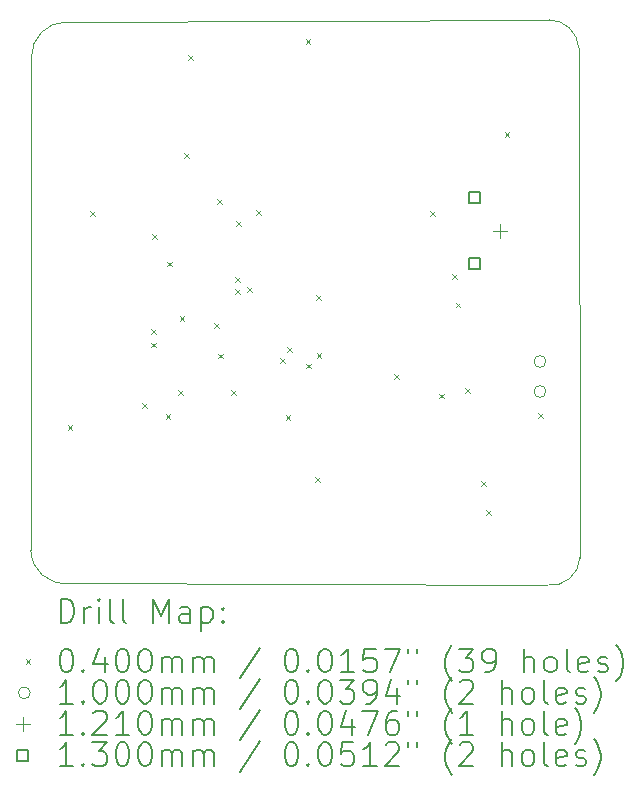
<source format=gbr>
%TF.GenerationSoftware,KiCad,Pcbnew,(6.0.7)*%
%TF.CreationDate,2022-11-06T12:05:56+05:30*%
%TF.ProjectId,Interface_PCB,496e7465-7266-4616-9365-5f5043422e6b,rev?*%
%TF.SameCoordinates,Original*%
%TF.FileFunction,Drillmap*%
%TF.FilePolarity,Positive*%
%FSLAX45Y45*%
G04 Gerber Fmt 4.5, Leading zero omitted, Abs format (unit mm)*
G04 Created by KiCad (PCBNEW (6.0.7)) date 2022-11-06 12:05:56*
%MOMM*%
%LPD*%
G01*
G04 APERTURE LIST*
%ADD10C,0.100000*%
%ADD11C,0.200000*%
%ADD12C,0.040000*%
%ADD13C,0.121000*%
%ADD14C,0.130000*%
G04 APERTURE END LIST*
D10*
X11709400Y-8300716D02*
G75*
G03*
X11414760Y-8600440I-40J-294644D01*
G01*
X11724640Y-13053060D02*
X15774826Y-13069726D01*
X16047722Y-8521700D02*
G75*
G03*
X15796260Y-8282940I-251462J-13040D01*
G01*
X15774826Y-13069728D02*
G75*
G03*
X16057880Y-12837160I37964J242329D01*
G01*
X11409680Y-12773660D02*
X11414760Y-8600440D01*
X11709400Y-8300720D02*
X15796260Y-8282940D01*
X16047720Y-8521700D02*
X16057880Y-12837160D01*
X11409679Y-12773660D02*
G75*
G03*
X11724640Y-13053060I283421J2270D01*
G01*
D11*
D12*
X11722420Y-11712260D02*
X11762420Y-11752260D01*
X11762420Y-11712260D02*
X11722420Y-11752260D01*
X11910380Y-9906320D02*
X11950380Y-9946320D01*
X11950380Y-9906320D02*
X11910380Y-9946320D01*
X12352340Y-11529380D02*
X12392340Y-11569380D01*
X12392340Y-11529380D02*
X12352340Y-11569380D01*
X12426000Y-11016300D02*
X12466000Y-11056300D01*
X12466000Y-11016300D02*
X12426000Y-11056300D01*
X12431080Y-10899460D02*
X12471080Y-10939460D01*
X12471080Y-10899460D02*
X12431080Y-10939460D01*
X12438700Y-10099360D02*
X12478700Y-10139360D01*
X12478700Y-10099360D02*
X12438700Y-10139360D01*
X12550460Y-11623360D02*
X12590460Y-11663360D01*
X12590460Y-11623360D02*
X12550460Y-11663360D01*
X12563160Y-10330500D02*
X12603160Y-10370500D01*
X12603160Y-10330500D02*
X12563160Y-10370500D01*
X12659680Y-11421490D02*
X12699680Y-11461490D01*
X12699680Y-11421490D02*
X12659680Y-11461490D01*
X12669840Y-10795320D02*
X12709840Y-10835320D01*
X12709840Y-10795320D02*
X12669840Y-10835320D01*
X12705400Y-9411020D02*
X12745400Y-9451020D01*
X12745400Y-9411020D02*
X12705400Y-9451020D01*
X12743500Y-8580440D02*
X12783500Y-8620440D01*
X12783500Y-8580440D02*
X12743500Y-8620440D01*
X12959400Y-10851200D02*
X12999400Y-10891200D01*
X12999400Y-10851200D02*
X12959400Y-10891200D01*
X12984800Y-9799640D02*
X13024800Y-9839640D01*
X13024800Y-9799640D02*
X12984800Y-9839640D01*
X12994960Y-11110280D02*
X13034960Y-11150280D01*
X13034960Y-11110280D02*
X12994960Y-11150280D01*
X13106720Y-11420160D02*
X13146720Y-11460160D01*
X13146720Y-11420160D02*
X13106720Y-11460160D01*
X13140246Y-10563826D02*
X13180246Y-10603826D01*
X13180246Y-10563826D02*
X13140246Y-10603826D01*
X13142280Y-10460040D02*
X13182280Y-10500040D01*
X13182280Y-10460040D02*
X13142280Y-10500040D01*
X13148500Y-9990140D02*
X13188500Y-10030140D01*
X13188500Y-9990140D02*
X13148500Y-10030140D01*
X13238590Y-10545977D02*
X13278590Y-10585977D01*
X13278590Y-10545977D02*
X13238590Y-10585977D01*
X13320080Y-9896160D02*
X13360080Y-9936160D01*
X13360080Y-9896160D02*
X13320080Y-9936160D01*
X13520589Y-11145689D02*
X13560589Y-11185689D01*
X13560589Y-11145689D02*
X13520589Y-11185689D01*
X13566460Y-11633520D02*
X13606460Y-11673520D01*
X13606460Y-11633520D02*
X13566460Y-11673520D01*
X13579160Y-11051860D02*
X13619160Y-11091860D01*
X13619160Y-11051860D02*
X13579160Y-11091860D01*
X13736640Y-8448360D02*
X13776640Y-8488360D01*
X13776640Y-8448360D02*
X13736640Y-8488360D01*
X13741228Y-11195048D02*
X13781228Y-11235048D01*
X13781228Y-11195048D02*
X13741228Y-11235048D01*
X13817920Y-12156760D02*
X13857920Y-12196760D01*
X13857920Y-12156760D02*
X13817920Y-12196760D01*
X13828080Y-10614980D02*
X13868080Y-10654980D01*
X13868080Y-10614980D02*
X13828080Y-10654980D01*
X13828858Y-11105978D02*
X13868858Y-11145978D01*
X13868858Y-11105978D02*
X13828858Y-11145978D01*
X14488480Y-11283000D02*
X14528480Y-11323000D01*
X14528480Y-11283000D02*
X14488480Y-11323000D01*
X14788200Y-9906320D02*
X14828200Y-9946320D01*
X14828200Y-9906320D02*
X14788200Y-9946320D01*
X14864400Y-11448100D02*
X14904400Y-11488100D01*
X14904400Y-11448100D02*
X14864400Y-11488100D01*
X14978700Y-10437180D02*
X15018700Y-10477180D01*
X15018700Y-10437180D02*
X14978700Y-10477180D01*
X15006640Y-10678480D02*
X15046640Y-10718480D01*
X15046640Y-10678480D02*
X15006640Y-10718480D01*
X15087920Y-11404920D02*
X15127920Y-11444920D01*
X15127920Y-11404920D02*
X15087920Y-11444920D01*
X15222540Y-12187240D02*
X15262540Y-12227240D01*
X15262540Y-12187240D02*
X15222540Y-12227240D01*
X15265720Y-12433620D02*
X15305720Y-12473620D01*
X15305720Y-12433620D02*
X15265720Y-12473620D01*
X15420660Y-9235760D02*
X15460660Y-9275760D01*
X15460660Y-9235760D02*
X15420660Y-9275760D01*
X15702600Y-11613200D02*
X15742600Y-11653200D01*
X15742600Y-11613200D02*
X15702600Y-11653200D01*
D10*
X15770060Y-11176000D02*
G75*
G03*
X15770060Y-11176000I-50000J0D01*
G01*
X15770060Y-11430000D02*
G75*
G03*
X15770060Y-11430000I-50000J0D01*
G01*
D13*
X15382840Y-10008060D02*
X15382840Y-10129060D01*
X15322340Y-10068560D02*
X15443340Y-10068560D01*
D14*
X15213902Y-9834522D02*
X15213902Y-9742598D01*
X15121978Y-9742598D01*
X15121978Y-9834522D01*
X15213902Y-9834522D01*
X15213902Y-10394522D02*
X15213902Y-10302598D01*
X15121978Y-10302598D01*
X15121978Y-10394522D01*
X15213902Y-10394522D01*
D11*
X11662299Y-13388160D02*
X11662299Y-13188160D01*
X11709918Y-13188160D01*
X11738489Y-13197684D01*
X11757537Y-13216732D01*
X11767061Y-13235779D01*
X11776585Y-13273875D01*
X11776585Y-13302446D01*
X11767061Y-13340541D01*
X11757537Y-13359589D01*
X11738489Y-13378637D01*
X11709918Y-13388160D01*
X11662299Y-13388160D01*
X11862299Y-13388160D02*
X11862299Y-13254827D01*
X11862299Y-13292922D02*
X11871823Y-13273875D01*
X11881347Y-13264351D01*
X11900394Y-13254827D01*
X11919442Y-13254827D01*
X11986108Y-13388160D02*
X11986108Y-13254827D01*
X11986108Y-13188160D02*
X11976585Y-13197684D01*
X11986108Y-13207208D01*
X11995632Y-13197684D01*
X11986108Y-13188160D01*
X11986108Y-13207208D01*
X12109918Y-13388160D02*
X12090870Y-13378637D01*
X12081347Y-13359589D01*
X12081347Y-13188160D01*
X12214680Y-13388160D02*
X12195632Y-13378637D01*
X12186108Y-13359589D01*
X12186108Y-13188160D01*
X12443251Y-13388160D02*
X12443251Y-13188160D01*
X12509918Y-13331018D01*
X12576585Y-13188160D01*
X12576585Y-13388160D01*
X12757537Y-13388160D02*
X12757537Y-13283398D01*
X12748013Y-13264351D01*
X12728966Y-13254827D01*
X12690870Y-13254827D01*
X12671823Y-13264351D01*
X12757537Y-13378637D02*
X12738489Y-13388160D01*
X12690870Y-13388160D01*
X12671823Y-13378637D01*
X12662299Y-13359589D01*
X12662299Y-13340541D01*
X12671823Y-13321494D01*
X12690870Y-13311970D01*
X12738489Y-13311970D01*
X12757537Y-13302446D01*
X12852775Y-13254827D02*
X12852775Y-13454827D01*
X12852775Y-13264351D02*
X12871823Y-13254827D01*
X12909918Y-13254827D01*
X12928966Y-13264351D01*
X12938489Y-13273875D01*
X12948013Y-13292922D01*
X12948013Y-13350065D01*
X12938489Y-13369113D01*
X12928966Y-13378637D01*
X12909918Y-13388160D01*
X12871823Y-13388160D01*
X12852775Y-13378637D01*
X13033728Y-13369113D02*
X13043251Y-13378637D01*
X13033728Y-13388160D01*
X13024204Y-13378637D01*
X13033728Y-13369113D01*
X13033728Y-13388160D01*
X13033728Y-13264351D02*
X13043251Y-13273875D01*
X13033728Y-13283398D01*
X13024204Y-13273875D01*
X13033728Y-13264351D01*
X13033728Y-13283398D01*
D12*
X11364680Y-13697684D02*
X11404680Y-13737684D01*
X11404680Y-13697684D02*
X11364680Y-13737684D01*
D11*
X11700394Y-13608160D02*
X11719442Y-13608160D01*
X11738489Y-13617684D01*
X11748013Y-13627208D01*
X11757537Y-13646256D01*
X11767061Y-13684351D01*
X11767061Y-13731970D01*
X11757537Y-13770065D01*
X11748013Y-13789113D01*
X11738489Y-13798637D01*
X11719442Y-13808160D01*
X11700394Y-13808160D01*
X11681347Y-13798637D01*
X11671823Y-13789113D01*
X11662299Y-13770065D01*
X11652775Y-13731970D01*
X11652775Y-13684351D01*
X11662299Y-13646256D01*
X11671823Y-13627208D01*
X11681347Y-13617684D01*
X11700394Y-13608160D01*
X11852775Y-13789113D02*
X11862299Y-13798637D01*
X11852775Y-13808160D01*
X11843251Y-13798637D01*
X11852775Y-13789113D01*
X11852775Y-13808160D01*
X12033728Y-13674827D02*
X12033728Y-13808160D01*
X11986108Y-13598637D02*
X11938489Y-13741494D01*
X12062299Y-13741494D01*
X12176585Y-13608160D02*
X12195632Y-13608160D01*
X12214680Y-13617684D01*
X12224204Y-13627208D01*
X12233728Y-13646256D01*
X12243251Y-13684351D01*
X12243251Y-13731970D01*
X12233728Y-13770065D01*
X12224204Y-13789113D01*
X12214680Y-13798637D01*
X12195632Y-13808160D01*
X12176585Y-13808160D01*
X12157537Y-13798637D01*
X12148013Y-13789113D01*
X12138489Y-13770065D01*
X12128966Y-13731970D01*
X12128966Y-13684351D01*
X12138489Y-13646256D01*
X12148013Y-13627208D01*
X12157537Y-13617684D01*
X12176585Y-13608160D01*
X12367061Y-13608160D02*
X12386108Y-13608160D01*
X12405156Y-13617684D01*
X12414680Y-13627208D01*
X12424204Y-13646256D01*
X12433728Y-13684351D01*
X12433728Y-13731970D01*
X12424204Y-13770065D01*
X12414680Y-13789113D01*
X12405156Y-13798637D01*
X12386108Y-13808160D01*
X12367061Y-13808160D01*
X12348013Y-13798637D01*
X12338489Y-13789113D01*
X12328966Y-13770065D01*
X12319442Y-13731970D01*
X12319442Y-13684351D01*
X12328966Y-13646256D01*
X12338489Y-13627208D01*
X12348013Y-13617684D01*
X12367061Y-13608160D01*
X12519442Y-13808160D02*
X12519442Y-13674827D01*
X12519442Y-13693875D02*
X12528966Y-13684351D01*
X12548013Y-13674827D01*
X12576585Y-13674827D01*
X12595632Y-13684351D01*
X12605156Y-13703398D01*
X12605156Y-13808160D01*
X12605156Y-13703398D02*
X12614680Y-13684351D01*
X12633728Y-13674827D01*
X12662299Y-13674827D01*
X12681347Y-13684351D01*
X12690870Y-13703398D01*
X12690870Y-13808160D01*
X12786108Y-13808160D02*
X12786108Y-13674827D01*
X12786108Y-13693875D02*
X12795632Y-13684351D01*
X12814680Y-13674827D01*
X12843251Y-13674827D01*
X12862299Y-13684351D01*
X12871823Y-13703398D01*
X12871823Y-13808160D01*
X12871823Y-13703398D02*
X12881347Y-13684351D01*
X12900394Y-13674827D01*
X12928966Y-13674827D01*
X12948013Y-13684351D01*
X12957537Y-13703398D01*
X12957537Y-13808160D01*
X13348013Y-13598637D02*
X13176585Y-13855779D01*
X13605156Y-13608160D02*
X13624204Y-13608160D01*
X13643251Y-13617684D01*
X13652775Y-13627208D01*
X13662299Y-13646256D01*
X13671823Y-13684351D01*
X13671823Y-13731970D01*
X13662299Y-13770065D01*
X13652775Y-13789113D01*
X13643251Y-13798637D01*
X13624204Y-13808160D01*
X13605156Y-13808160D01*
X13586108Y-13798637D01*
X13576585Y-13789113D01*
X13567061Y-13770065D01*
X13557537Y-13731970D01*
X13557537Y-13684351D01*
X13567061Y-13646256D01*
X13576585Y-13627208D01*
X13586108Y-13617684D01*
X13605156Y-13608160D01*
X13757537Y-13789113D02*
X13767061Y-13798637D01*
X13757537Y-13808160D01*
X13748013Y-13798637D01*
X13757537Y-13789113D01*
X13757537Y-13808160D01*
X13890870Y-13608160D02*
X13909918Y-13608160D01*
X13928966Y-13617684D01*
X13938489Y-13627208D01*
X13948013Y-13646256D01*
X13957537Y-13684351D01*
X13957537Y-13731970D01*
X13948013Y-13770065D01*
X13938489Y-13789113D01*
X13928966Y-13798637D01*
X13909918Y-13808160D01*
X13890870Y-13808160D01*
X13871823Y-13798637D01*
X13862299Y-13789113D01*
X13852775Y-13770065D01*
X13843251Y-13731970D01*
X13843251Y-13684351D01*
X13852775Y-13646256D01*
X13862299Y-13627208D01*
X13871823Y-13617684D01*
X13890870Y-13608160D01*
X14148013Y-13808160D02*
X14033728Y-13808160D01*
X14090870Y-13808160D02*
X14090870Y-13608160D01*
X14071823Y-13636732D01*
X14052775Y-13655779D01*
X14033728Y-13665303D01*
X14328966Y-13608160D02*
X14233728Y-13608160D01*
X14224204Y-13703398D01*
X14233728Y-13693875D01*
X14252775Y-13684351D01*
X14300394Y-13684351D01*
X14319442Y-13693875D01*
X14328966Y-13703398D01*
X14338489Y-13722446D01*
X14338489Y-13770065D01*
X14328966Y-13789113D01*
X14319442Y-13798637D01*
X14300394Y-13808160D01*
X14252775Y-13808160D01*
X14233728Y-13798637D01*
X14224204Y-13789113D01*
X14405156Y-13608160D02*
X14538489Y-13608160D01*
X14452775Y-13808160D01*
X14605156Y-13608160D02*
X14605156Y-13646256D01*
X14681347Y-13608160D02*
X14681347Y-13646256D01*
X14976585Y-13884351D02*
X14967061Y-13874827D01*
X14948013Y-13846256D01*
X14938489Y-13827208D01*
X14928966Y-13798637D01*
X14919442Y-13751018D01*
X14919442Y-13712922D01*
X14928966Y-13665303D01*
X14938489Y-13636732D01*
X14948013Y-13617684D01*
X14967061Y-13589113D01*
X14976585Y-13579589D01*
X15033728Y-13608160D02*
X15157537Y-13608160D01*
X15090870Y-13684351D01*
X15119442Y-13684351D01*
X15138489Y-13693875D01*
X15148013Y-13703398D01*
X15157537Y-13722446D01*
X15157537Y-13770065D01*
X15148013Y-13789113D01*
X15138489Y-13798637D01*
X15119442Y-13808160D01*
X15062299Y-13808160D01*
X15043251Y-13798637D01*
X15033728Y-13789113D01*
X15252775Y-13808160D02*
X15290870Y-13808160D01*
X15309918Y-13798637D01*
X15319442Y-13789113D01*
X15338489Y-13760541D01*
X15348013Y-13722446D01*
X15348013Y-13646256D01*
X15338489Y-13627208D01*
X15328966Y-13617684D01*
X15309918Y-13608160D01*
X15271823Y-13608160D01*
X15252775Y-13617684D01*
X15243251Y-13627208D01*
X15233728Y-13646256D01*
X15233728Y-13693875D01*
X15243251Y-13712922D01*
X15252775Y-13722446D01*
X15271823Y-13731970D01*
X15309918Y-13731970D01*
X15328966Y-13722446D01*
X15338489Y-13712922D01*
X15348013Y-13693875D01*
X15586108Y-13808160D02*
X15586108Y-13608160D01*
X15671823Y-13808160D02*
X15671823Y-13703398D01*
X15662299Y-13684351D01*
X15643251Y-13674827D01*
X15614680Y-13674827D01*
X15595632Y-13684351D01*
X15586108Y-13693875D01*
X15795632Y-13808160D02*
X15776585Y-13798637D01*
X15767061Y-13789113D01*
X15757537Y-13770065D01*
X15757537Y-13712922D01*
X15767061Y-13693875D01*
X15776585Y-13684351D01*
X15795632Y-13674827D01*
X15824204Y-13674827D01*
X15843251Y-13684351D01*
X15852775Y-13693875D01*
X15862299Y-13712922D01*
X15862299Y-13770065D01*
X15852775Y-13789113D01*
X15843251Y-13798637D01*
X15824204Y-13808160D01*
X15795632Y-13808160D01*
X15976585Y-13808160D02*
X15957537Y-13798637D01*
X15948013Y-13779589D01*
X15948013Y-13608160D01*
X16128966Y-13798637D02*
X16109918Y-13808160D01*
X16071823Y-13808160D01*
X16052775Y-13798637D01*
X16043251Y-13779589D01*
X16043251Y-13703398D01*
X16052775Y-13684351D01*
X16071823Y-13674827D01*
X16109918Y-13674827D01*
X16128966Y-13684351D01*
X16138489Y-13703398D01*
X16138489Y-13722446D01*
X16043251Y-13741494D01*
X16214680Y-13798637D02*
X16233728Y-13808160D01*
X16271823Y-13808160D01*
X16290870Y-13798637D01*
X16300394Y-13779589D01*
X16300394Y-13770065D01*
X16290870Y-13751018D01*
X16271823Y-13741494D01*
X16243251Y-13741494D01*
X16224204Y-13731970D01*
X16214680Y-13712922D01*
X16214680Y-13703398D01*
X16224204Y-13684351D01*
X16243251Y-13674827D01*
X16271823Y-13674827D01*
X16290870Y-13684351D01*
X16367061Y-13884351D02*
X16376585Y-13874827D01*
X16395632Y-13846256D01*
X16405156Y-13827208D01*
X16414680Y-13798637D01*
X16424204Y-13751018D01*
X16424204Y-13712922D01*
X16414680Y-13665303D01*
X16405156Y-13636732D01*
X16395632Y-13617684D01*
X16376585Y-13589113D01*
X16367061Y-13579589D01*
D10*
X11404680Y-13981684D02*
G75*
G03*
X11404680Y-13981684I-50000J0D01*
G01*
D11*
X11767061Y-14072160D02*
X11652775Y-14072160D01*
X11709918Y-14072160D02*
X11709918Y-13872160D01*
X11690870Y-13900732D01*
X11671823Y-13919779D01*
X11652775Y-13929303D01*
X11852775Y-14053113D02*
X11862299Y-14062637D01*
X11852775Y-14072160D01*
X11843251Y-14062637D01*
X11852775Y-14053113D01*
X11852775Y-14072160D01*
X11986108Y-13872160D02*
X12005156Y-13872160D01*
X12024204Y-13881684D01*
X12033728Y-13891208D01*
X12043251Y-13910256D01*
X12052775Y-13948351D01*
X12052775Y-13995970D01*
X12043251Y-14034065D01*
X12033728Y-14053113D01*
X12024204Y-14062637D01*
X12005156Y-14072160D01*
X11986108Y-14072160D01*
X11967061Y-14062637D01*
X11957537Y-14053113D01*
X11948013Y-14034065D01*
X11938489Y-13995970D01*
X11938489Y-13948351D01*
X11948013Y-13910256D01*
X11957537Y-13891208D01*
X11967061Y-13881684D01*
X11986108Y-13872160D01*
X12176585Y-13872160D02*
X12195632Y-13872160D01*
X12214680Y-13881684D01*
X12224204Y-13891208D01*
X12233728Y-13910256D01*
X12243251Y-13948351D01*
X12243251Y-13995970D01*
X12233728Y-14034065D01*
X12224204Y-14053113D01*
X12214680Y-14062637D01*
X12195632Y-14072160D01*
X12176585Y-14072160D01*
X12157537Y-14062637D01*
X12148013Y-14053113D01*
X12138489Y-14034065D01*
X12128966Y-13995970D01*
X12128966Y-13948351D01*
X12138489Y-13910256D01*
X12148013Y-13891208D01*
X12157537Y-13881684D01*
X12176585Y-13872160D01*
X12367061Y-13872160D02*
X12386108Y-13872160D01*
X12405156Y-13881684D01*
X12414680Y-13891208D01*
X12424204Y-13910256D01*
X12433728Y-13948351D01*
X12433728Y-13995970D01*
X12424204Y-14034065D01*
X12414680Y-14053113D01*
X12405156Y-14062637D01*
X12386108Y-14072160D01*
X12367061Y-14072160D01*
X12348013Y-14062637D01*
X12338489Y-14053113D01*
X12328966Y-14034065D01*
X12319442Y-13995970D01*
X12319442Y-13948351D01*
X12328966Y-13910256D01*
X12338489Y-13891208D01*
X12348013Y-13881684D01*
X12367061Y-13872160D01*
X12519442Y-14072160D02*
X12519442Y-13938827D01*
X12519442Y-13957875D02*
X12528966Y-13948351D01*
X12548013Y-13938827D01*
X12576585Y-13938827D01*
X12595632Y-13948351D01*
X12605156Y-13967398D01*
X12605156Y-14072160D01*
X12605156Y-13967398D02*
X12614680Y-13948351D01*
X12633728Y-13938827D01*
X12662299Y-13938827D01*
X12681347Y-13948351D01*
X12690870Y-13967398D01*
X12690870Y-14072160D01*
X12786108Y-14072160D02*
X12786108Y-13938827D01*
X12786108Y-13957875D02*
X12795632Y-13948351D01*
X12814680Y-13938827D01*
X12843251Y-13938827D01*
X12862299Y-13948351D01*
X12871823Y-13967398D01*
X12871823Y-14072160D01*
X12871823Y-13967398D02*
X12881347Y-13948351D01*
X12900394Y-13938827D01*
X12928966Y-13938827D01*
X12948013Y-13948351D01*
X12957537Y-13967398D01*
X12957537Y-14072160D01*
X13348013Y-13862637D02*
X13176585Y-14119779D01*
X13605156Y-13872160D02*
X13624204Y-13872160D01*
X13643251Y-13881684D01*
X13652775Y-13891208D01*
X13662299Y-13910256D01*
X13671823Y-13948351D01*
X13671823Y-13995970D01*
X13662299Y-14034065D01*
X13652775Y-14053113D01*
X13643251Y-14062637D01*
X13624204Y-14072160D01*
X13605156Y-14072160D01*
X13586108Y-14062637D01*
X13576585Y-14053113D01*
X13567061Y-14034065D01*
X13557537Y-13995970D01*
X13557537Y-13948351D01*
X13567061Y-13910256D01*
X13576585Y-13891208D01*
X13586108Y-13881684D01*
X13605156Y-13872160D01*
X13757537Y-14053113D02*
X13767061Y-14062637D01*
X13757537Y-14072160D01*
X13748013Y-14062637D01*
X13757537Y-14053113D01*
X13757537Y-14072160D01*
X13890870Y-13872160D02*
X13909918Y-13872160D01*
X13928966Y-13881684D01*
X13938489Y-13891208D01*
X13948013Y-13910256D01*
X13957537Y-13948351D01*
X13957537Y-13995970D01*
X13948013Y-14034065D01*
X13938489Y-14053113D01*
X13928966Y-14062637D01*
X13909918Y-14072160D01*
X13890870Y-14072160D01*
X13871823Y-14062637D01*
X13862299Y-14053113D01*
X13852775Y-14034065D01*
X13843251Y-13995970D01*
X13843251Y-13948351D01*
X13852775Y-13910256D01*
X13862299Y-13891208D01*
X13871823Y-13881684D01*
X13890870Y-13872160D01*
X14024204Y-13872160D02*
X14148013Y-13872160D01*
X14081347Y-13948351D01*
X14109918Y-13948351D01*
X14128966Y-13957875D01*
X14138489Y-13967398D01*
X14148013Y-13986446D01*
X14148013Y-14034065D01*
X14138489Y-14053113D01*
X14128966Y-14062637D01*
X14109918Y-14072160D01*
X14052775Y-14072160D01*
X14033728Y-14062637D01*
X14024204Y-14053113D01*
X14243251Y-14072160D02*
X14281347Y-14072160D01*
X14300394Y-14062637D01*
X14309918Y-14053113D01*
X14328966Y-14024541D01*
X14338489Y-13986446D01*
X14338489Y-13910256D01*
X14328966Y-13891208D01*
X14319442Y-13881684D01*
X14300394Y-13872160D01*
X14262299Y-13872160D01*
X14243251Y-13881684D01*
X14233728Y-13891208D01*
X14224204Y-13910256D01*
X14224204Y-13957875D01*
X14233728Y-13976922D01*
X14243251Y-13986446D01*
X14262299Y-13995970D01*
X14300394Y-13995970D01*
X14319442Y-13986446D01*
X14328966Y-13976922D01*
X14338489Y-13957875D01*
X14509918Y-13938827D02*
X14509918Y-14072160D01*
X14462299Y-13862637D02*
X14414680Y-14005494D01*
X14538489Y-14005494D01*
X14605156Y-13872160D02*
X14605156Y-13910256D01*
X14681347Y-13872160D02*
X14681347Y-13910256D01*
X14976585Y-14148351D02*
X14967061Y-14138827D01*
X14948013Y-14110256D01*
X14938489Y-14091208D01*
X14928966Y-14062637D01*
X14919442Y-14015018D01*
X14919442Y-13976922D01*
X14928966Y-13929303D01*
X14938489Y-13900732D01*
X14948013Y-13881684D01*
X14967061Y-13853113D01*
X14976585Y-13843589D01*
X15043251Y-13891208D02*
X15052775Y-13881684D01*
X15071823Y-13872160D01*
X15119442Y-13872160D01*
X15138489Y-13881684D01*
X15148013Y-13891208D01*
X15157537Y-13910256D01*
X15157537Y-13929303D01*
X15148013Y-13957875D01*
X15033728Y-14072160D01*
X15157537Y-14072160D01*
X15395632Y-14072160D02*
X15395632Y-13872160D01*
X15481347Y-14072160D02*
X15481347Y-13967398D01*
X15471823Y-13948351D01*
X15452775Y-13938827D01*
X15424204Y-13938827D01*
X15405156Y-13948351D01*
X15395632Y-13957875D01*
X15605156Y-14072160D02*
X15586108Y-14062637D01*
X15576585Y-14053113D01*
X15567061Y-14034065D01*
X15567061Y-13976922D01*
X15576585Y-13957875D01*
X15586108Y-13948351D01*
X15605156Y-13938827D01*
X15633728Y-13938827D01*
X15652775Y-13948351D01*
X15662299Y-13957875D01*
X15671823Y-13976922D01*
X15671823Y-14034065D01*
X15662299Y-14053113D01*
X15652775Y-14062637D01*
X15633728Y-14072160D01*
X15605156Y-14072160D01*
X15786108Y-14072160D02*
X15767061Y-14062637D01*
X15757537Y-14043589D01*
X15757537Y-13872160D01*
X15938489Y-14062637D02*
X15919442Y-14072160D01*
X15881347Y-14072160D01*
X15862299Y-14062637D01*
X15852775Y-14043589D01*
X15852775Y-13967398D01*
X15862299Y-13948351D01*
X15881347Y-13938827D01*
X15919442Y-13938827D01*
X15938489Y-13948351D01*
X15948013Y-13967398D01*
X15948013Y-13986446D01*
X15852775Y-14005494D01*
X16024204Y-14062637D02*
X16043251Y-14072160D01*
X16081347Y-14072160D01*
X16100394Y-14062637D01*
X16109918Y-14043589D01*
X16109918Y-14034065D01*
X16100394Y-14015018D01*
X16081347Y-14005494D01*
X16052775Y-14005494D01*
X16033728Y-13995970D01*
X16024204Y-13976922D01*
X16024204Y-13967398D01*
X16033728Y-13948351D01*
X16052775Y-13938827D01*
X16081347Y-13938827D01*
X16100394Y-13948351D01*
X16176585Y-14148351D02*
X16186108Y-14138827D01*
X16205156Y-14110256D01*
X16214680Y-14091208D01*
X16224204Y-14062637D01*
X16233728Y-14015018D01*
X16233728Y-13976922D01*
X16224204Y-13929303D01*
X16214680Y-13900732D01*
X16205156Y-13881684D01*
X16186108Y-13853113D01*
X16176585Y-13843589D01*
D13*
X11344180Y-14185184D02*
X11344180Y-14306184D01*
X11283680Y-14245684D02*
X11404680Y-14245684D01*
D11*
X11767061Y-14336160D02*
X11652775Y-14336160D01*
X11709918Y-14336160D02*
X11709918Y-14136160D01*
X11690870Y-14164732D01*
X11671823Y-14183779D01*
X11652775Y-14193303D01*
X11852775Y-14317113D02*
X11862299Y-14326637D01*
X11852775Y-14336160D01*
X11843251Y-14326637D01*
X11852775Y-14317113D01*
X11852775Y-14336160D01*
X11938489Y-14155208D02*
X11948013Y-14145684D01*
X11967061Y-14136160D01*
X12014680Y-14136160D01*
X12033728Y-14145684D01*
X12043251Y-14155208D01*
X12052775Y-14174256D01*
X12052775Y-14193303D01*
X12043251Y-14221875D01*
X11928966Y-14336160D01*
X12052775Y-14336160D01*
X12243251Y-14336160D02*
X12128966Y-14336160D01*
X12186108Y-14336160D02*
X12186108Y-14136160D01*
X12167061Y-14164732D01*
X12148013Y-14183779D01*
X12128966Y-14193303D01*
X12367061Y-14136160D02*
X12386108Y-14136160D01*
X12405156Y-14145684D01*
X12414680Y-14155208D01*
X12424204Y-14174256D01*
X12433728Y-14212351D01*
X12433728Y-14259970D01*
X12424204Y-14298065D01*
X12414680Y-14317113D01*
X12405156Y-14326637D01*
X12386108Y-14336160D01*
X12367061Y-14336160D01*
X12348013Y-14326637D01*
X12338489Y-14317113D01*
X12328966Y-14298065D01*
X12319442Y-14259970D01*
X12319442Y-14212351D01*
X12328966Y-14174256D01*
X12338489Y-14155208D01*
X12348013Y-14145684D01*
X12367061Y-14136160D01*
X12519442Y-14336160D02*
X12519442Y-14202827D01*
X12519442Y-14221875D02*
X12528966Y-14212351D01*
X12548013Y-14202827D01*
X12576585Y-14202827D01*
X12595632Y-14212351D01*
X12605156Y-14231398D01*
X12605156Y-14336160D01*
X12605156Y-14231398D02*
X12614680Y-14212351D01*
X12633728Y-14202827D01*
X12662299Y-14202827D01*
X12681347Y-14212351D01*
X12690870Y-14231398D01*
X12690870Y-14336160D01*
X12786108Y-14336160D02*
X12786108Y-14202827D01*
X12786108Y-14221875D02*
X12795632Y-14212351D01*
X12814680Y-14202827D01*
X12843251Y-14202827D01*
X12862299Y-14212351D01*
X12871823Y-14231398D01*
X12871823Y-14336160D01*
X12871823Y-14231398D02*
X12881347Y-14212351D01*
X12900394Y-14202827D01*
X12928966Y-14202827D01*
X12948013Y-14212351D01*
X12957537Y-14231398D01*
X12957537Y-14336160D01*
X13348013Y-14126637D02*
X13176585Y-14383779D01*
X13605156Y-14136160D02*
X13624204Y-14136160D01*
X13643251Y-14145684D01*
X13652775Y-14155208D01*
X13662299Y-14174256D01*
X13671823Y-14212351D01*
X13671823Y-14259970D01*
X13662299Y-14298065D01*
X13652775Y-14317113D01*
X13643251Y-14326637D01*
X13624204Y-14336160D01*
X13605156Y-14336160D01*
X13586108Y-14326637D01*
X13576585Y-14317113D01*
X13567061Y-14298065D01*
X13557537Y-14259970D01*
X13557537Y-14212351D01*
X13567061Y-14174256D01*
X13576585Y-14155208D01*
X13586108Y-14145684D01*
X13605156Y-14136160D01*
X13757537Y-14317113D02*
X13767061Y-14326637D01*
X13757537Y-14336160D01*
X13748013Y-14326637D01*
X13757537Y-14317113D01*
X13757537Y-14336160D01*
X13890870Y-14136160D02*
X13909918Y-14136160D01*
X13928966Y-14145684D01*
X13938489Y-14155208D01*
X13948013Y-14174256D01*
X13957537Y-14212351D01*
X13957537Y-14259970D01*
X13948013Y-14298065D01*
X13938489Y-14317113D01*
X13928966Y-14326637D01*
X13909918Y-14336160D01*
X13890870Y-14336160D01*
X13871823Y-14326637D01*
X13862299Y-14317113D01*
X13852775Y-14298065D01*
X13843251Y-14259970D01*
X13843251Y-14212351D01*
X13852775Y-14174256D01*
X13862299Y-14155208D01*
X13871823Y-14145684D01*
X13890870Y-14136160D01*
X14128966Y-14202827D02*
X14128966Y-14336160D01*
X14081347Y-14126637D02*
X14033728Y-14269494D01*
X14157537Y-14269494D01*
X14214680Y-14136160D02*
X14348013Y-14136160D01*
X14262299Y-14336160D01*
X14509918Y-14136160D02*
X14471823Y-14136160D01*
X14452775Y-14145684D01*
X14443251Y-14155208D01*
X14424204Y-14183779D01*
X14414680Y-14221875D01*
X14414680Y-14298065D01*
X14424204Y-14317113D01*
X14433728Y-14326637D01*
X14452775Y-14336160D01*
X14490870Y-14336160D01*
X14509918Y-14326637D01*
X14519442Y-14317113D01*
X14528966Y-14298065D01*
X14528966Y-14250446D01*
X14519442Y-14231398D01*
X14509918Y-14221875D01*
X14490870Y-14212351D01*
X14452775Y-14212351D01*
X14433728Y-14221875D01*
X14424204Y-14231398D01*
X14414680Y-14250446D01*
X14605156Y-14136160D02*
X14605156Y-14174256D01*
X14681347Y-14136160D02*
X14681347Y-14174256D01*
X14976585Y-14412351D02*
X14967061Y-14402827D01*
X14948013Y-14374256D01*
X14938489Y-14355208D01*
X14928966Y-14326637D01*
X14919442Y-14279018D01*
X14919442Y-14240922D01*
X14928966Y-14193303D01*
X14938489Y-14164732D01*
X14948013Y-14145684D01*
X14967061Y-14117113D01*
X14976585Y-14107589D01*
X15157537Y-14336160D02*
X15043251Y-14336160D01*
X15100394Y-14336160D02*
X15100394Y-14136160D01*
X15081347Y-14164732D01*
X15062299Y-14183779D01*
X15043251Y-14193303D01*
X15395632Y-14336160D02*
X15395632Y-14136160D01*
X15481347Y-14336160D02*
X15481347Y-14231398D01*
X15471823Y-14212351D01*
X15452775Y-14202827D01*
X15424204Y-14202827D01*
X15405156Y-14212351D01*
X15395632Y-14221875D01*
X15605156Y-14336160D02*
X15586108Y-14326637D01*
X15576585Y-14317113D01*
X15567061Y-14298065D01*
X15567061Y-14240922D01*
X15576585Y-14221875D01*
X15586108Y-14212351D01*
X15605156Y-14202827D01*
X15633728Y-14202827D01*
X15652775Y-14212351D01*
X15662299Y-14221875D01*
X15671823Y-14240922D01*
X15671823Y-14298065D01*
X15662299Y-14317113D01*
X15652775Y-14326637D01*
X15633728Y-14336160D01*
X15605156Y-14336160D01*
X15786108Y-14336160D02*
X15767061Y-14326637D01*
X15757537Y-14307589D01*
X15757537Y-14136160D01*
X15938489Y-14326637D02*
X15919442Y-14336160D01*
X15881347Y-14336160D01*
X15862299Y-14326637D01*
X15852775Y-14307589D01*
X15852775Y-14231398D01*
X15862299Y-14212351D01*
X15881347Y-14202827D01*
X15919442Y-14202827D01*
X15938489Y-14212351D01*
X15948013Y-14231398D01*
X15948013Y-14250446D01*
X15852775Y-14269494D01*
X16014680Y-14412351D02*
X16024204Y-14402827D01*
X16043251Y-14374256D01*
X16052775Y-14355208D01*
X16062299Y-14326637D01*
X16071823Y-14279018D01*
X16071823Y-14240922D01*
X16062299Y-14193303D01*
X16052775Y-14164732D01*
X16043251Y-14145684D01*
X16024204Y-14117113D01*
X16014680Y-14107589D01*
D14*
X11385642Y-14555647D02*
X11385642Y-14463722D01*
X11293718Y-14463722D01*
X11293718Y-14555647D01*
X11385642Y-14555647D01*
D11*
X11767061Y-14600160D02*
X11652775Y-14600160D01*
X11709918Y-14600160D02*
X11709918Y-14400160D01*
X11690870Y-14428732D01*
X11671823Y-14447779D01*
X11652775Y-14457303D01*
X11852775Y-14581113D02*
X11862299Y-14590637D01*
X11852775Y-14600160D01*
X11843251Y-14590637D01*
X11852775Y-14581113D01*
X11852775Y-14600160D01*
X11928966Y-14400160D02*
X12052775Y-14400160D01*
X11986108Y-14476351D01*
X12014680Y-14476351D01*
X12033728Y-14485875D01*
X12043251Y-14495398D01*
X12052775Y-14514446D01*
X12052775Y-14562065D01*
X12043251Y-14581113D01*
X12033728Y-14590637D01*
X12014680Y-14600160D01*
X11957537Y-14600160D01*
X11938489Y-14590637D01*
X11928966Y-14581113D01*
X12176585Y-14400160D02*
X12195632Y-14400160D01*
X12214680Y-14409684D01*
X12224204Y-14419208D01*
X12233728Y-14438256D01*
X12243251Y-14476351D01*
X12243251Y-14523970D01*
X12233728Y-14562065D01*
X12224204Y-14581113D01*
X12214680Y-14590637D01*
X12195632Y-14600160D01*
X12176585Y-14600160D01*
X12157537Y-14590637D01*
X12148013Y-14581113D01*
X12138489Y-14562065D01*
X12128966Y-14523970D01*
X12128966Y-14476351D01*
X12138489Y-14438256D01*
X12148013Y-14419208D01*
X12157537Y-14409684D01*
X12176585Y-14400160D01*
X12367061Y-14400160D02*
X12386108Y-14400160D01*
X12405156Y-14409684D01*
X12414680Y-14419208D01*
X12424204Y-14438256D01*
X12433728Y-14476351D01*
X12433728Y-14523970D01*
X12424204Y-14562065D01*
X12414680Y-14581113D01*
X12405156Y-14590637D01*
X12386108Y-14600160D01*
X12367061Y-14600160D01*
X12348013Y-14590637D01*
X12338489Y-14581113D01*
X12328966Y-14562065D01*
X12319442Y-14523970D01*
X12319442Y-14476351D01*
X12328966Y-14438256D01*
X12338489Y-14419208D01*
X12348013Y-14409684D01*
X12367061Y-14400160D01*
X12519442Y-14600160D02*
X12519442Y-14466827D01*
X12519442Y-14485875D02*
X12528966Y-14476351D01*
X12548013Y-14466827D01*
X12576585Y-14466827D01*
X12595632Y-14476351D01*
X12605156Y-14495398D01*
X12605156Y-14600160D01*
X12605156Y-14495398D02*
X12614680Y-14476351D01*
X12633728Y-14466827D01*
X12662299Y-14466827D01*
X12681347Y-14476351D01*
X12690870Y-14495398D01*
X12690870Y-14600160D01*
X12786108Y-14600160D02*
X12786108Y-14466827D01*
X12786108Y-14485875D02*
X12795632Y-14476351D01*
X12814680Y-14466827D01*
X12843251Y-14466827D01*
X12862299Y-14476351D01*
X12871823Y-14495398D01*
X12871823Y-14600160D01*
X12871823Y-14495398D02*
X12881347Y-14476351D01*
X12900394Y-14466827D01*
X12928966Y-14466827D01*
X12948013Y-14476351D01*
X12957537Y-14495398D01*
X12957537Y-14600160D01*
X13348013Y-14390637D02*
X13176585Y-14647779D01*
X13605156Y-14400160D02*
X13624204Y-14400160D01*
X13643251Y-14409684D01*
X13652775Y-14419208D01*
X13662299Y-14438256D01*
X13671823Y-14476351D01*
X13671823Y-14523970D01*
X13662299Y-14562065D01*
X13652775Y-14581113D01*
X13643251Y-14590637D01*
X13624204Y-14600160D01*
X13605156Y-14600160D01*
X13586108Y-14590637D01*
X13576585Y-14581113D01*
X13567061Y-14562065D01*
X13557537Y-14523970D01*
X13557537Y-14476351D01*
X13567061Y-14438256D01*
X13576585Y-14419208D01*
X13586108Y-14409684D01*
X13605156Y-14400160D01*
X13757537Y-14581113D02*
X13767061Y-14590637D01*
X13757537Y-14600160D01*
X13748013Y-14590637D01*
X13757537Y-14581113D01*
X13757537Y-14600160D01*
X13890870Y-14400160D02*
X13909918Y-14400160D01*
X13928966Y-14409684D01*
X13938489Y-14419208D01*
X13948013Y-14438256D01*
X13957537Y-14476351D01*
X13957537Y-14523970D01*
X13948013Y-14562065D01*
X13938489Y-14581113D01*
X13928966Y-14590637D01*
X13909918Y-14600160D01*
X13890870Y-14600160D01*
X13871823Y-14590637D01*
X13862299Y-14581113D01*
X13852775Y-14562065D01*
X13843251Y-14523970D01*
X13843251Y-14476351D01*
X13852775Y-14438256D01*
X13862299Y-14419208D01*
X13871823Y-14409684D01*
X13890870Y-14400160D01*
X14138489Y-14400160D02*
X14043251Y-14400160D01*
X14033728Y-14495398D01*
X14043251Y-14485875D01*
X14062299Y-14476351D01*
X14109918Y-14476351D01*
X14128966Y-14485875D01*
X14138489Y-14495398D01*
X14148013Y-14514446D01*
X14148013Y-14562065D01*
X14138489Y-14581113D01*
X14128966Y-14590637D01*
X14109918Y-14600160D01*
X14062299Y-14600160D01*
X14043251Y-14590637D01*
X14033728Y-14581113D01*
X14338489Y-14600160D02*
X14224204Y-14600160D01*
X14281347Y-14600160D02*
X14281347Y-14400160D01*
X14262299Y-14428732D01*
X14243251Y-14447779D01*
X14224204Y-14457303D01*
X14414680Y-14419208D02*
X14424204Y-14409684D01*
X14443251Y-14400160D01*
X14490870Y-14400160D01*
X14509918Y-14409684D01*
X14519442Y-14419208D01*
X14528966Y-14438256D01*
X14528966Y-14457303D01*
X14519442Y-14485875D01*
X14405156Y-14600160D01*
X14528966Y-14600160D01*
X14605156Y-14400160D02*
X14605156Y-14438256D01*
X14681347Y-14400160D02*
X14681347Y-14438256D01*
X14976585Y-14676351D02*
X14967061Y-14666827D01*
X14948013Y-14638256D01*
X14938489Y-14619208D01*
X14928966Y-14590637D01*
X14919442Y-14543018D01*
X14919442Y-14504922D01*
X14928966Y-14457303D01*
X14938489Y-14428732D01*
X14948013Y-14409684D01*
X14967061Y-14381113D01*
X14976585Y-14371589D01*
X15043251Y-14419208D02*
X15052775Y-14409684D01*
X15071823Y-14400160D01*
X15119442Y-14400160D01*
X15138489Y-14409684D01*
X15148013Y-14419208D01*
X15157537Y-14438256D01*
X15157537Y-14457303D01*
X15148013Y-14485875D01*
X15033728Y-14600160D01*
X15157537Y-14600160D01*
X15395632Y-14600160D02*
X15395632Y-14400160D01*
X15481347Y-14600160D02*
X15481347Y-14495398D01*
X15471823Y-14476351D01*
X15452775Y-14466827D01*
X15424204Y-14466827D01*
X15405156Y-14476351D01*
X15395632Y-14485875D01*
X15605156Y-14600160D02*
X15586108Y-14590637D01*
X15576585Y-14581113D01*
X15567061Y-14562065D01*
X15567061Y-14504922D01*
X15576585Y-14485875D01*
X15586108Y-14476351D01*
X15605156Y-14466827D01*
X15633728Y-14466827D01*
X15652775Y-14476351D01*
X15662299Y-14485875D01*
X15671823Y-14504922D01*
X15671823Y-14562065D01*
X15662299Y-14581113D01*
X15652775Y-14590637D01*
X15633728Y-14600160D01*
X15605156Y-14600160D01*
X15786108Y-14600160D02*
X15767061Y-14590637D01*
X15757537Y-14571589D01*
X15757537Y-14400160D01*
X15938489Y-14590637D02*
X15919442Y-14600160D01*
X15881347Y-14600160D01*
X15862299Y-14590637D01*
X15852775Y-14571589D01*
X15852775Y-14495398D01*
X15862299Y-14476351D01*
X15881347Y-14466827D01*
X15919442Y-14466827D01*
X15938489Y-14476351D01*
X15948013Y-14495398D01*
X15948013Y-14514446D01*
X15852775Y-14533494D01*
X16024204Y-14590637D02*
X16043251Y-14600160D01*
X16081347Y-14600160D01*
X16100394Y-14590637D01*
X16109918Y-14571589D01*
X16109918Y-14562065D01*
X16100394Y-14543018D01*
X16081347Y-14533494D01*
X16052775Y-14533494D01*
X16033728Y-14523970D01*
X16024204Y-14504922D01*
X16024204Y-14495398D01*
X16033728Y-14476351D01*
X16052775Y-14466827D01*
X16081347Y-14466827D01*
X16100394Y-14476351D01*
X16176585Y-14676351D02*
X16186108Y-14666827D01*
X16205156Y-14638256D01*
X16214680Y-14619208D01*
X16224204Y-14590637D01*
X16233728Y-14543018D01*
X16233728Y-14504922D01*
X16224204Y-14457303D01*
X16214680Y-14428732D01*
X16205156Y-14409684D01*
X16186108Y-14381113D01*
X16176585Y-14371589D01*
M02*

</source>
